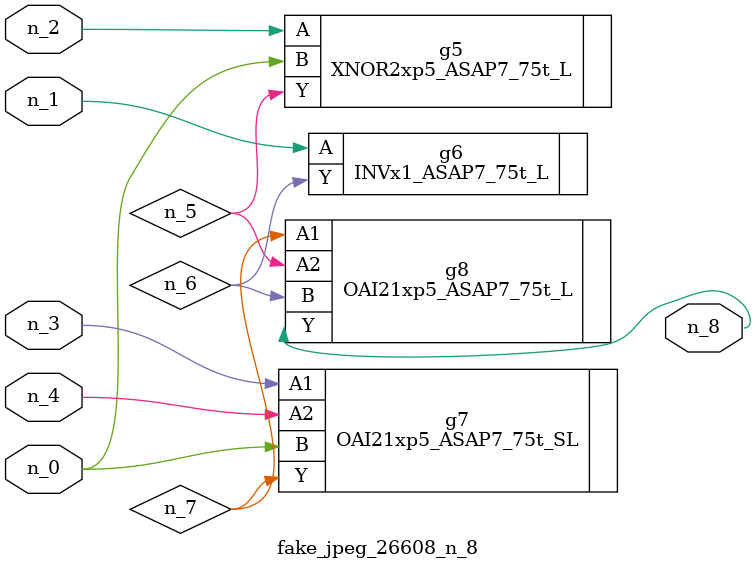
<source format=v>
module fake_jpeg_26608_n_8 (n_3, n_2, n_1, n_0, n_4, n_8);

input n_3;
input n_2;
input n_1;
input n_0;
input n_4;

output n_8;

wire n_6;
wire n_5;
wire n_7;

XNOR2xp5_ASAP7_75t_L g5 ( 
.A(n_2),
.B(n_0),
.Y(n_5)
);

INVx1_ASAP7_75t_L g6 ( 
.A(n_1),
.Y(n_6)
);

OAI21xp5_ASAP7_75t_SL g7 ( 
.A1(n_3),
.A2(n_4),
.B(n_0),
.Y(n_7)
);

OAI21xp5_ASAP7_75t_L g8 ( 
.A1(n_7),
.A2(n_5),
.B(n_6),
.Y(n_8)
);


endmodule
</source>
